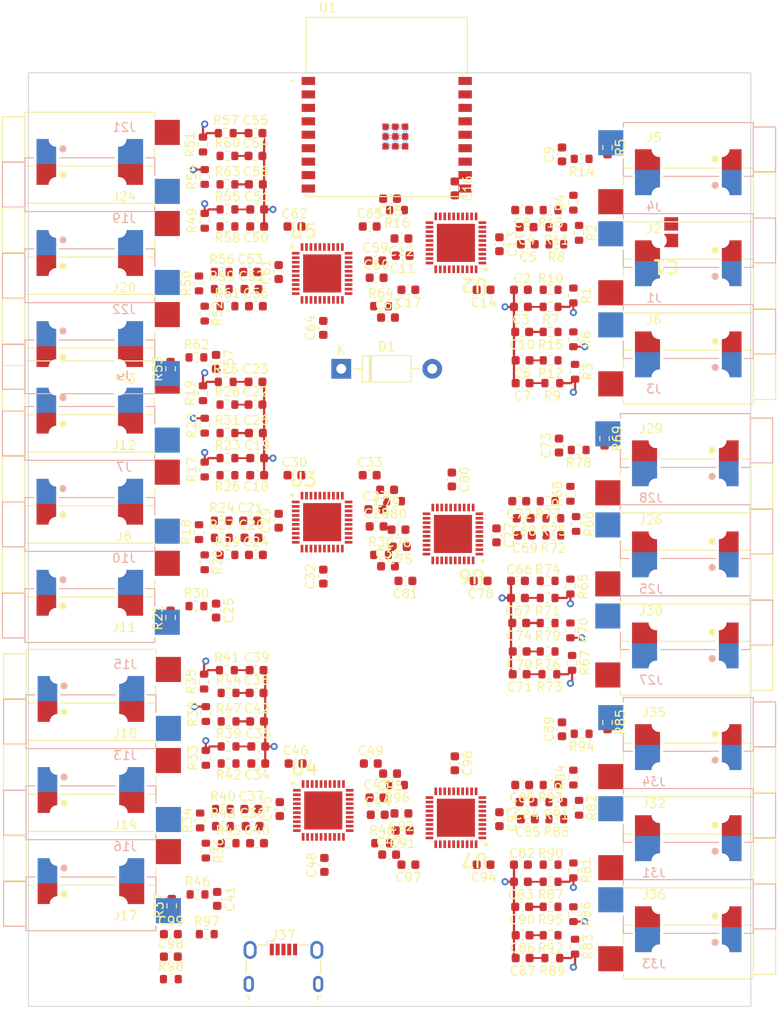
<source format=kicad_pcb>
(kicad_pcb (version 20211014) (generator pcbnew)
  (layers (0 "F.Cu" signal "Top Layer") (1 "In1.Cu" power) (2 "In2.Cu" power) (31 "B.Cu" signal "Bottom Layer") (34 "B.Paste" user "Bottom Paste") (35 "F.Paste" user "Top Paste") (36 "B.SilkS" user "Bottom Overlay") (37 "F.SilkS" user "Top Overlay") (38 "B.Mask" user "Bottom Solder") (39 "F.Mask" user "Top Solder") (44 "Edge.Cuts" user))
  (net 0 "")
  (net 1 "GND")
  (net 2 "3V3")
  (net 7 "/CS0")
  (net 8 "/SCLK")
  (net 9 "/MOSI")
  (net 10 "/MISO")
  (net 14 "Net-(J1-Pad2)")
  (net 15 "Net-(J2-Pad2)")
  (net 16 "Net-(J3-Pad2)")
  (net 17 "Net-(J4-Pad2)")
  (net 18 "Net-(J5-Pad2)")
  (net 19 "Net-(J6-Pad2)")
  (net 20 "Net-(J7-Pad2)")
  (net 21 "Net-(J8-Pad2)")
  (net 22 "Net-(J9-Pad2)")
  (net 23 "Net-(J10-Pad2)")
  (net 24 "Net-(J11-Pad2)")
  (net 25 "Net-(J12-Pad2)")
  (net 87 "Net-(J13-Pad2)")
  (net 88 "Net-(J14-Pad2)")
  (net 90 "Net-(J15-Pad2)")
  (net 92 "Net-(J16-Pad2)")
  (net 94 "Net-(J17-Pad2)")
  (net 96 "Net-(J18-Pad2)")
  (net 98 "Net-(J19-Pad2)")
  (net 100 "Net-(J20-Pad2)")
  (net 102 "Net-(J21-Pad2)")
  (net 104 "Net-(J22-Pad2)")
  (net 106 "Net-(J23-Pad2)")
  (net 108 "Net-(J24-Pad2)")
  (net 110 "Net-(J25-Pad2)")
  (net 112 "Net-(J26-Pad2)")
  (net 114 "Net-(J27-Pad2)")
  (net 116 "Net-(J28-Pad2)")
  (net 118 "Net-(J29-Pad2)")
  (net 120 "Net-(J30-Pad2)")
  (net 131 "/CH1/CLKIN")
  (net 133 "/CS1")
  (net 134 "/CH2/CLKIN")
  (net 136 "/CS2")
  (net 137 "/CH3/CLKIN")
  (net 139 "/CS3")
  (net 140 "/CH4/CLKIN")
  (net 142 "/CS4")
  (net 143 "/CH5/CLKIN")
  (net 145 "/CS5")
  (net 146 "/CH0/CLKIN")
  (net 148 "/CH1/IA_P")
  (net 149 "/CH1/IA_N")
  (net 150 "/CH1/IB_P")
  (net 151 "/CH1/IB_N")
  (net 152 "/CH1/IC_P")
  (net 153 "/CH1/IC_N")
  (net 154 "/CH1/ID_P")
  (net 155 "/CH1/IE_P")
  (net 156 "/CH1/IF_P")
  (net 157 "Net-(C98-Pad1)")
  (net 158 "/CH2/IA_P")
  (net 159 "/CH2/IA_N")
  (net 160 "/CH2/IB_P")
  (net 161 "/CH2/IB_N")
  (net 162 "/CH2/IC_P")
  (net 163 "/CH2/IC_N")
  (net 164 "/CH2/ID_P")
  (net 165 "/CH2/IE_P")
  (net 166 "/CH2/IF_P")
  (net 167 "Net-(C99-Pad1)")
  (net 168 "/CH3/IA_P")
  (net 169 "/CH3/IA_N")
  (net 170 "/CH3/IB_P")
  (net 171 "/CH3/IB_N")
  (net 172 "/CH3/IC_P")
  (net 173 "/CH3/IC_N")
  (net 174 "/CH3/ID_P")
  (net 175 "/CH3/IE_P")
  (net 176 "/CH3/IF_P")
  (net 178 "/CH4/IA_P")
  (net 179 "/CH4/IA_N")
  (net 180 "/CH4/IB_P")
  (net 181 "/CH4/IB_N")
  (net 182 "/CH4/IC_P")
  (net 183 "/CH4/IC_N")
  (net 184 "/CH4/ID_P")
  (net 185 "/CH4/IE_P")
  (net 186 "/CH4/IF_P")
  (net 187 "/CH5/IA_P")
  (net 188 "/CH5/IA_N")
  (net 189 "/CH5/IB_P")
  (net 190 "/CH5/IB_N")
  (net 191 "/CH5/IC_P")
  (net 192 "/CH5/IC_N")
  (net 193 "/CH5/ID_P")
  (net 194 "/CH5/IE_P")
  (net 195 "/CH5/IF_P")
  (net 196 "/CH0/IA_P")
  (net 197 "/CH0/IA_N")
  (net 198 "/CH0/IB_P")
  (net 199 "/CH0/IB_N")
  (net 200 "/CH0/IC_P")
  (net 201 "/CH0/IC_N")
  (net 202 "/CH0/ID_P")
  (net 203 "/CH0/IE_P")
  (net 204 "/CH0/IF_P")
  (net 205 "Net-(J31-Pad2)")
  (net 206 "Net-(J32-Pad2)")
  (net 207 "Net-(J33-Pad2)")
  (net 208 "Net-(J34-Pad2)")
  (net 209 "Net-(J35-Pad2)")
  (net 210 "Net-(J36-Pad2)")
  (net 211 "Net-(C11-Pad1)")
  (net 212 "Net-(C13-Pad1)")
  (net 213 "Net-(C15-Pad1)")
  (net 214 "Net-(C16-Pad1)")
  (net 215 "Net-(C27-Pad1)")
  (net 216 "Net-(C29-Pad1)")
  (net 217 "Net-(C31-Pad1)")
  (net 218 "Net-(C32-Pad1)")
  (net 219 "Net-(C43-Pad1)")
  (net 220 "Net-(C45-Pad1)")
  (net 221 "Net-(C47-Pad1)")
  (net 222 "Net-(C48-Pad1)")
  (net 223 "Net-(C59-Pad1)")
  (net 224 "Net-(C61-Pad1)")
  (net 225 "Net-(C63-Pad1)")
  (net 226 "Net-(C64-Pad1)")
  (net 227 "Net-(C75-Pad1)")
  (net 228 "Net-(C77-Pad1)")
  (net 229 "Net-(C79-Pad1)")
  (net 230 "Net-(C80-Pad1)")
  (net 231 "Net-(C91-Pad1)")
  (net 232 "Net-(C93-Pad1)")
  (net 233 "Net-(C95-Pad1)")
  (net 234 "Net-(C96-Pad1)")
  (net 235 "+5V")
  (net 236 "Net-(D1-Pad2)")
  (net 237 "Net-(U1-Pad13)")
  (net 238 "Net-(U1-Pad14)")
  (footprint "Resistor_SMD:R_0603_1608Metric" (layer "F.Cu") (at 82.832388 108.597045 180)
    (fp_text reference "R73")
    (fp_text value "1k")
  )
  (footprint "Diode_THT:D_DO-41_SOD81_P10.16mm_Horizontal" (layer "F.Cu") (at 59.6011 74.5236)
    (fp_text reference "D1")
    (fp_text value "1N5819")
  )
  (footprint "Resistor_SMD:R_0603_1608Metric" (layer "F.Cu") (at 65.827389 120.952045 180)
    (fp_text reference "R96")
    (fp_text value "1k")
  )
  (footprint "emon36:CUI_MJ-3523-SMT" (layer "F.Cu") (at 98.007388 107.927045)
    (fp_text reference "J30")
    (fp_text value "MJ-3523-SMT")
  )
  (footprint "Resistor_SMD:R_0603_1608Metric" (layer "F.Cu") (at 43.4361 73.2536)
    (fp_text reference "R62")
    (fp_text value "1k")
  )
  (footprint "Capacitor_SMD:C_0603_1608Metric" (layer "F.Cu") (at 80.432389 60.627045 180)
    (fp_text reference "C5")
    (fp_text value "22nF")
  )
  (footprint "Capacitor_SMD:C_0603_1608Metric" (layer "F.Cu") (at 79.847389 73.582045 180)
    (fp_text reference "C6")
    (fp_text value "22nF")
  )
  (footprint "Resistor_SMD:R_0603_1608Metric" (layer "F.Cu") (at 46.9011 50.7736)
    (fp_text reference "R60")
    (fp_text value "1k")
  )
  (footprint "Resistor_SMD:R_0603_1608Metric" (layer "F.Cu") (at 83.607389 122.857045 180)
    (fp_text reference "R91")
    (fp_text value "1k")
  )
  (footprint "Resistor_SMD:R_0603_1608Metric" (layer "F.Cu") (at 82.642388 106.057045 180)
    (fp_text reference "R76")
    (fp_text value "1k")
  )
  (footprint "Resistor_SMD:R_0603_1608Metric" (layer "F.Cu") (at 46.2661 65.6336)
    (fp_text reference "R59")
    (fp_text value "1k")
  )
  (footprint "Resistor_SMD:R_0603_1608Metric" (layer "F.Cu") (at 83.607389 58.722045 180)
    (fp_text reference "R11")
    (fp_text value "1k")
  )
  (footprint "Resistor_SMD:R_0603_1608Metric" (layer "F.Cu") (at 47.0261 113.8586)
    (fp_text reference "R47")
    (fp_text value "1k")
  )
  (footprint "Capacitor_SMD:C_0603_1608Metric" (layer "F.Cu") (at 76.927388 93.102045 -90)
    (fp_text reference "C77")
    (fp_text value "4.7uF")
  )
  (footprint "Capacitor_SMD:C_0603_1608Metric" (layer "F.Cu") (at 63.6761 124.2736)
    (fp_text reference "C44")
    (fp_text value "0.22uF")
  )
  (footprint "Capacitor_SMD:C_0603_1608Metric" (layer "F.Cu") (at 50.0761 67.5386)
    (fp_text reference "C56")
    (fp_text value "22nF")
  )
  (footprint "Capacitor_SMD:C_0603_1608Metric" (layer "F.Cu") (at 50.3411 116.6536)
    (fp_text reference "C35")
    (fp_text value "22nF")
  )
  (footprint "Capacitor_SMD:C_0603_1608Metric" (layer "F.Cu") (at 67.097389 65.707045 180)
    (fp_text reference "C17")
    (fp_text value "0.1uF")
  )
  (footprint "Capacitor_SMD:C_0603_1608Metric" (layer "F.Cu") (at 45.6311 73.7486 -90)
    (fp_text reference "C57")
    (fp_text value "22nF")
  )
  (footprint "Resistor_SMD:R_0603_1608Metric" (layer "F.Cu") (at 46.3911 125.5436)
    (fp_text reference "R43")
    (fp_text value "1k")
  )
  (footprint "emon36:CUI_MJ-3523-SMT" (layer "F.Cu") (at 31.5361 96.9686 180)
    (fp_text reference "J11")
    (fp_text value "MJ-3523-SMT")
  )
  (footprint "Resistor_SMD:R_0603_1608Metric" (layer "F.Cu") (at 44.3611 96.1086 -90)
    (fp_text reference "R20")
    (fp_text value "RB")
  )
  (footprint "Capacitor_SMD:C_0603_1608Metric" (layer "F.Cu") (at 79.797389 70.407045 180)
    (fp_text reference "C10")
    (fp_text value "22nF")
  )
  (footprint "Capacitor_SMD:C_0603_1608Metric" (layer "F.Cu") (at 64.8211 68.8086)
    (fp_text reference "C63")
    (fp_text value "22nF")
  )
  (footprint "Resistor_SMD:R_0603_1608Metric" (layer "F.Cu") (at 46.9011 86.3936)
    (fp_text reference "R26")
    (fp_text value "1k")
  )
  (footprint "Resistor_SMD:R_0603_1608Metric" (layer "F.Cu") (at 40.5511 74.5236 90)
    (fp_text reference "R53")
    (fp_text value "RB")
  )
  (footprint "emon36:CUI_MJ-3523-SMT" (layer "F.Cu") (at 98.007388 87.607045)
    (fp_text reference "J29")
    (fp_text value "MJ-3523-SMT")
  )
  (footprint "Resistor_SMD:R_0603_1608Metric" (layer "F.Cu") (at 46.9011 95.2836)
    (fp_text reference "R29")
    (fp_text value "1k")
  )
  (footprint "Resistor_SMD:R_0603_1608Metric" (layer "F.Cu") (at 82.972389 67.612045 180)
    (fp_text reference "R7")
    (fp_text value "1k")
  )
  (footprint "emon36:CUI_MJ-3523-SMT" (layer "F.Cu") (at 31.5361 86.8086 180)
    (fp_text reference "J8")
    (fp_text value "MJ-3523-SMT")
  )
  (footprint "Resistor_SMD:R_0603_1608Metric" (layer "F.Cu") (at 85.372388 107.327045 -90)
    (fp_text reference "R67")
    (fp_text value "RB")
  )
  (footprint "Capacitor_SMD:C_0603_1608Metric" (layer "F.Cu") (at 63.5361 122.3686)
    (fp_text reference "C43")
    (fp_text value "4.7uF")
  )
  (footprint "Resistor_SMD:R_0603_1608Metric" (layer "F.Cu") (at 43.4361 100.9986)
    (fp_text reference "R30")
    (fp_text value "1k")
  )
  (footprint "emon36:CUI_MJ-3523-SMT" (layer "F.Cu") (at 98.337389 75.452045)
    (fp_text reference "J6")
    (fp_text value "MJ-3523-SMT")
  )
  (footprint "Resistor_SMD:R_0603_1608Metric" (layer "F.Cu") (at 44.1711 77.2486 90)
    (fp_text reference "R19")
    (fp_text value "RB")
  )
  (footprint "Resistor_SMD:R_0603_1608Metric" (layer "F.Cu") (at 82.972389 120.952045 180)
    (fp_text reference "R93")
    (fp_text value "1k")
  )
  (footprint "Resistor_SMD:R_0603_1608Metric" (layer "F.Cu") (at 65.827389 56.817045 180)
    (fp_text reference "R16")
    (fp_text value "1k")
  )
  (footprint "Resistor_SMD:R_0603_1608Metric" (layer "F.Cu") (at 85.182388 98.817045 -90)
    (fp_text reference "R65")
    (fp_text value "RB")
  )
  (footprint "Capacitor_SMD:C_0603_1608Metric" (layer "F.Cu") (at 62.7761 58.6486)
    (fp_text reference "C65")
    (fp_text value "0.1uF")
  )
  (footprint "Capacitor_SMD:C_0603_1608Metric" (layer "F.Cu") (at 50.0261 78.5186)
    (fp_text reference "C22")
    (fp_text value "22nF")
  )
  (footprint "Capacitor_SMD:C_0603_1608Metric" (layer "F.Cu") (at 50.0261 75.9786)
    (fp_text reference "C23")
    (fp_text value "22nF")
  )
  (footprint "Capacitor_SMD:C_0603_1608Metric" (layer "F.Cu") (at 63.5511 92.1086)
    (fp_text reference "C28")
    (fp_text value "0.22uF")
  )
  (footprint "Capacitor_SMD:C_0603_1608Metric" (layer "F.Cu") (at 79.797389 56.817045 180)
    (fp_text reference "C8")
    (fp_text value "22nF")
  )
  (footprint "Resistor_SMD:R_0603_1608Metric" (layer "F.Cu") (at 46.2661 91.4736)
    (fp_text reference "R24")
    (fp_text value "1k")
  )
  (footprint "emon36:CUI_MJ-3523-SMT" (layer "F.Cu") (at 98.337389 129.427045)
    (fp_text reference "J32")
    (fp_text value "MJ-3523-SMT")
  )
  (footprint "Capacitor_SMD:C_0603_1608Metric" (layer "F.Cu") (at 80.432389 124.762045 180)
    (fp_text reference "C85")
    (fp_text value "22nF")
  )
  (footprint "Capacitor_SMD:C_0603_1608Metric" (layer "F.Cu") (at 66.462389 61.897045 180)
    (fp_text reference "C11")
    (fp_text value "4.7uF")
  )
  (footprint "Resistor_SMD:R_0603_1608Metric" (layer "F.Cu") (at 46.7111 75.9786)
    (fp_text reference "R25")
    (fp_text value "1k")
  )
  (footprint "Capacitor_SMD:C_0603_1608Metric" (layer "F.Cu") (at 65.052389 55.547045 180)
    (fp_text reference "C15")
    (fp_text value "22nF")
  )
  (footprint "Capacitor_SMD:C_0603_1608Metric" (layer "F.Cu") (at 83.912388 83.082045 90)
    (fp_text reference "C73")
    (fp_text value "22nF")
  )
  (footprint "Capacitor_SMD:C_0603_1608Metric" (layer "F.Cu") (at 50.3411 118.5586)
    (fp_text reference "C34")
    (fp_text value "22nF")
  )
  (footprint "Resistor_SMD:R_0603_1608Metric" (layer "F.Cu") (at 46.9011 67.5386)
    (fp_text reference "R61")
    (fp_text value "1k")
  )
  (footprint "Capacitor_SMD:C_0603_1608Metric" (layer "F.Cu") (at 66.462389 126.032045 180)
    (fp_text reference "C91")
    (fp_text value "4.7uF")
  )
  (footprint "Resistor_SMD:R_0603_1608Metric" (layer "F.Cu") (at 44.3611 53.1236 90)
    (fp_text reference "R54")
    (fp_text value "RB")
  )
  (footprint "Capacitor_SMD:C_0603_1608Metric" (layer "F.Cu") (at 79.467388 89.292045 180)
    (fp_text reference "C72")
    (fp_text value "22nF")
  )
  (footprint "Resistor_SMD:R_0603_1608Metric" (layer "F.Cu") (at 83.607389 124.762045 180)
    (fp_text reference "R88")
    (fp_text value "1k")
  )
  (footprint "Capacitor_SMD:C_0603_1608Metric" (layer "F.Cu") (at 67.097389 129.842045 180)
    (fp_text reference "C97")
    (fp_text value "0.1uF")
  )
  (footprint "Capacitor_SMD:C_0603_1608Metric" (layer "F.Cu") (at 52.7411 123.6386 90)
    (fp_text reference "C45")
    (fp_text value "4.7uF")
  )
  (footprint "emon36:CUI_MJ-3523-SMT" (layer "F.Cu") (at 98.337389 139.587045)
    (fp_text reference "J36")
    (fp_text value "MJ-3523-SMT")
  )
  (footprint "Capacitor_SMD:C_0603_1608Metric" (layer "F.Cu") (at 54.5061 118.5586)
    (fp_text reference "C46")
    (fp_text value "0.22uF")
  )
  (footprint "Capacitor_SMD:C_0603_1608Metric" (layer "F.Cu") (at 79.797389 134.542045 180)
    (fp_text reference "C90")
    (fp_text value "22nF")
  )
  (footprint "Capacitor_SMD:C_0603_1608Metric" (layer "F.Cu") (at 49.4411 91.4736)
    (fp_text reference "C21")
    (fp_text value "22nF")
  )
  (footprint "emon36:CAPC2013X145X48ML20T23" (layer "F.Cu") (at 96.4311 59.2836 90)
    (fp_text reference "C1")
    (fp_text value "VJ0805Y472KXBBC31" hide)
  )
  (footprint "Capacitor_SMD:C_0603_1608Metric" (layer "F.Cu") (at 80.102388 93.102045 180)
    (fp_text reference "C69")
    (fp_text value "22nF")
  )
  (footprint "Capacitor_SMD:C_0603_1608Metric" (layer "F.Cu") (at 50.0761 95.2836)
    (fp_text reference "C24")
    (fp_text value "22nF")
  )
  (footprint "emon36:QFN50P600X600X75-41N-D" (layer "F.Cu") (at 57.4711 91.628601)
    (fp_text reference "U3")
    (fp_text value "~" hide)
  )
  (footprint "Resistor_SMD:R_0603_1608Metric" (layer "F.Cu") (at 82.642388 102.882045 180)
    (fp_text reference "R79")
    (fp_text value "1k")
  )
  (footprint "Capacitor_SMD:C_0603_1608Metric" (layer "F.Cu") (at 64.722388 88.022045 180)
    (fp_text reference "C79")
    (fp_text value "22nF")
  )
  (footprint "Capacitor_SMD:C_0603_1608Metric" (layer "F.Cu") (at 66.322389 124.127045 180)
    (fp_text reference "C92")
    (fp_text value "0.22uF")
  )
  (footprint "Resistor_SMD:R_0603_1608Metric" (layer "F.Cu") (at 44.2961 109.4136 90)
    (fp_text reference "R35")
    (fp_text value "RB")
  )
  (footprint "Resistor_SMD:R_0603_1608Metric" (layer "F.Cu") (at 83.162389 140.257045 180)
    (fp_text reference "R89")
    (fp_text value "1k")
  )
  (footprint "Capacitor_SMD:C_0603_1608Metric" (layer "F.Cu") (at 79.657389 129.842045 180)
    (fp_text reference "C82")
    (fp_text value "22nF")
  )
  (footprint "emon36:QFN50P600X600X75-41N-D" (layer "F.Cu") (at 72.402389 60.472044 180)
    (fp_text reference "U2")
    (fp_text value "~" hide)
  )
  (footprint "emon36:MODULE_ESP32-C3-WROOM-02-H4" (layer "F.Cu") (at 64.6811 45.3136)
    (fp_text reference "U1")
    (fp_text value "ESP32-C3-WROOM-02-N4")
  )
  (footprint "emon36:CUI_MJ-3523-SMT" (layer "F.Cu") (at 31.6611 118.9736 180)
    (fp_text reference "J14")
    (fp_text value "MJ-3523-SMT")
  )
  (footprint "Capacitor_SMD:C_0603_1608Metric" (layer "F.Cu") (at 49.7061 125.5436)
    (fp_text reference "C36")
    (fp_text value "22nF")
  )
  (footprint "Capacitor_SMD:C_0603_1608Metric" (layer "F.Cu") (at 65.992388 92.467045 180)
    (fp_text reference "C76")
    (fp_text value "0.22uF")
  )
  (footprint "Capacitor_SMD:C_0603_1608Metric" (layer "F.Cu") (at 50.2161 84.4886)
    (fp_text reference "C19")
    (fp_text value "22nF")
  )
  (footprint "Resistor_SMD:R_0603_1608Metric" (layer "F.Cu") (at 46.9011 81.6936)
    (fp_text reference "R31")
    (fp_text value "1k")
  )
  (footprint "Capacitor_SMD:C_0603_1608Metric" (layer "F.Cu") (at 50.1511 110.6836)
    (fp_text reference "C38")
    (fp_text value "22nF")
  )
  (footprint "Resistor_SMD:R_0603_1608Metric" (layer "F.Cu") (at 83.162389 76.122045 180)
    (fp_text reference "R9")
    (fp_text value "1k")
  )
  (footprint "Capacitor_SMD:C_0603_1608Metric" (layer "F.Cu") (at 80.292389 122.857045 180)
    (fp_text reference "C84")
    (fp_text value "22nF")
  )
  (footprint "Resistor_SMD:R_0603_1608Metric" (layer "F.Cu") (at 85.702389 138.987045 -90)
    (fp_text reference "R83")
    (fp_text value "RB")
  )
  (footprint "Resistor_SMD:R_0603_1608Metric" (layer "F.Cu") (at 46.2661 63.7286)
    (fp_text reference "R56")
    (fp_text value "1k")
  )
  (footprint "Resistor_SMD:R_0603_1608Metric" (layer "F.Cu") (at 82.642388 98.182045 180)
    (fp_text reference "R74")
    (fp_text value "1k")
  )
  (footprint "Capacitor_SMD:C_0603_1608Metric" (layer "F.Cu") (at 57.7211 129.868601 90)
    (fp_text reference "C48")
    (fp_text value "4.7uF")
  )
  (footprint "Resistor_SMD:R_0603_1608Metric" (layer "F.Cu") (at 82.972389 56.817045 180)
    (fp_text reference "R13")
    (fp_text value "1k")
  )
  (footprint "Resistor_SMD:R_0603_1608Metric" (layer "F.Cu") (at 44.4861 117.9236 90)
    (fp_text reference "R33")
    (fp_text value "RB")
  )
  (footprint "Resistor_SMD:R_0603_1608Metric" (layer "F.Cu") (at 47.0261 110.6836)
    (fp_text reference "R44")
    (fp_text value "1k")
  )
  (footprint "Capacitor_SMD:C_0603_1608Metric" (layer "F.Cu") (at 79.657389 65.707045 180)
    (fp_text reference "C2")
    (fp_text value "22nF")
  )
  (footprint "Resistor_SMD:R_0603_1608Metric" (layer "F.Cu") (at 44.3611 85.7586 90)
    (fp_text reference "R17")
    (fp_text value "RB")
  )
  (footprint "Capacitor_SMD:C_0603_1608Metric" (layer "F.Cu") (at 52.6161 63.7286 90)
    (fp_text reference "C61")
    (fp_text value "4.7uF")
  )
  (footprint "Capacitor_SMD:C_0603_1608Metric" (layer "F.Cu") (at 49.5661 123.6386)
    (fp_text reference "C37")
    (fp_text value "22nF")
  )
  (footprint "Capacitor_SMD:C_0603_1608Metric" (layer "F.Cu") (at 79.847389 76.122045 180)
    (fp_text reference "C7")
    (fp_text value "22nF")
  )
  (footprint "emon36:CUI_MJ-3523-SMT" (layer "F.Cu") (at 31.6611 129.1336 180)
    (fp_text reference "J17")
    (fp_text value "MJ-3523-SMT")
  )
  (footprint "Capacitor_SMD:C_0603_1608Metric" (layer "F.Cu") (at 75.492389 65.707045 180)
    (fp_text reference "C14")
    (fp_text value "0.22uF")
  )
  (footprint "Capacitor_SMD:C_0603_1608Metric" (layer "F.Cu") (at 50.2161 86.3936)
    (fp_text reference "C18")
    (fp_text value "22nF")
  )
  (footprint "Resistor_SMD:R_0603_1608Metric" (layer "F.Cu") (at 85.512389 55.992045 90)
    (fp_text reference "R4")
    (fp_text value "RB")
  )
  (footprint "Resistor_SMD:R_0603_1608Metric" (layer "F.Cu") (at 40.6761 134.4336 90)
    (fp_text reference "R37")
    (fp_text value "RB")
  )
  (footprint "Capacitor_SMD:C_0603_1608Metric" (layer "F.Cu") (at 64.8211 96.5536)
    (fp_text reference "C31")
    (fp_text value "22nF")
  )
  (footprint "Resistor_SMD:R_0603_1608Metric" (layer "F.Cu") (at 46.9011 53.9486)
    (fp_text reference "R63")
    (fp_text value "1k")
  )
  (footprint "Resistor_SMD:R_0603_1608Metric" (layer "F.Cu") (at 44.4861 128.2736 -90)
    (fp_text reference "R36")
    (fp_text value "RB")
  )
  (footprint "Capacitor_SMD:C_0603_1608Metric" (layer "F.Cu") (at 52.6161 91.4736 90)
    (fp_text reference "C29")
    (fp_text value "4.7uF")
  )
  (footprint "emon36:CUI_MJ-3523-SMT" (layer "F.Cu") (at 31.5361 69.2236 180)
    (fp_text reference "J23")
    (fp_text value "MJ-3523-SMT")
  )
  (footprint "Resistor_SMD:R_0603_1608Metric" (layer "F.Cu") (at 86.437389 115.237045 180)
    (fp_text reference "R94")
    (fp_text value "1k")
  )
  (footprint "Capacitor_SMD:C_0603_1608Metric" (layer "F.Cu") (at 57.5961 97.703601 90)
    (fp_text reference "C32")
    (fp_text value "4.7uF")
  )
  (footprint "Capacitor_SMD:C_0603_1608Metric" (layer "F.Cu") (at 62.9011 118.5586)
    (fp_text reference "C49")
    (fp_text value "0.1uF")
  )
  (footprint "Resistor_SMD:R_0603_1608Metric" (layer "F.Cu") (at 82.972389 65.707045 180)
    (fp_text reference "R10")
    (fp_text value "1k")
  )
  (footprint "Capacitor_SMD:C_0603_1608Metric" (layer "F.Cu") (at 50.0761 53.9486)
    (fp_text reference "C58")
    (fp_text value "22nF")
  )
  (footprint "Capacitor_SMD:C_0603_1608Metric" (layer "F.Cu") (at 79.962388 91.197045 180)
    (fp_text reference "C68")
    (fp_text value "22nF")
  )
  (footprint "Capacitor_SMD:C_0603_1608Metric" (layer "F.Cu") (at 50.2011 127.4486)
    (fp_text reference "C40")
    (fp_text value "22nF")
  )
  (footprint "Capacitor_SMD:C_0603_1608Metric" (layer "F.Cu") (at 54.3811 86.3936)
    (fp_text reference "C30")
    (fp_text value "0.22uF")
  )
  (footprint "Capacitor_SMD:C_0603_1608Metric" (layer "F.Cu") (at 45.7561 133.6586 -90)
    (fp_text reference "C41")
    (fp_text value "22nF")
  )
  (footprint "Resistor_SMD:R_0603_1608Metric" (layer "F.Cu") (at 40.5511 102.2686 90)
    (fp_text reference "R21")
    (fp_text value "RB")
  )
  (footprint "emon36:CUI_MJ-3523-SMT" (layer "F.Cu") (at 98.337389 65.292045)
    (fp_text reference "J2")
    (fp_text value "MJ-3523-SMT")
  )
  (footprint "Resistor_SMD:R_0603_1608Metric" (layer "F.Cu") (at 82.972389 73.582045 180)
    (fp_text reference "R12")
    (fp_text value "1k")
  )
  (footprint "Capacitor_SMD:C_0603_1608Metric" (layer "F.Cu") (at 49.5811 65.6336)
    (fp_text reference "C52")
    (fp_text value "22nF")
  )
  (footprint "emon36:CUI_MJ-3523-SMT" (layer "F.Cu") (at 98.007388 97.767045)
    (fp_text reference "J26")
    (fp_text value "MJ-3523-SMT")
  )
  (footprint "emon36:CUI_MJ-3523-SMT" (layer "F.Cu") (at 98.337389 55.132045)
    (fp_text reference "J5")
    (fp_text value "MJ-3523-SMT")
  )
  (footprint "Resistor_SMD:R_0603_1608Metric" (layer "F.Cu") (at 46.8361 108.1436)
    (fp_text reference "R41")
    (fp_text value "1k")
  )
  (footprint "Resistor_SMD:R_0603_1608Metric" (layer "F.Cu") (at 82.972389 70.407045 180)
    (fp_text reference "R15")
    (fp_text value "1k")
  )
  (footprint "Resistor_SMD:R_0603_1608Metric" (layer "F.Cu") (at 43.8511 124.9086 90)
    (fp_text reference "R34")
    (fp_text value "RB")
  )
  (footprint "Resistor_SMD:R_0603_1608Metric" (layer "F.Cu") (at 82.642388 100.087045 180)
    (fp_text reference "R71")
    (fp_text value "1k")
  )
  (footprint "Capacitor_SMD:C_0603_1608Metric" (layer "F.Cu") (at 65.052389 119.682045 180)
    (fp_text reference "C95")
    (fp_text value "22nF")
  )
  (footprint "Capacitor_SMD:C_0603_1608Metric" (layer "F.Cu") (at 84.242389 114.742045 90)
    (fp_text reference "C89")
    (fp_text value "22nF")
  )
  (footprint "Resistor_SMD:R_0603_1608Metric" (layer "F.Cu") (at 89.322389 113.967045 -90)
    (fp_text reference "R85")
    (fp_text value "RB")
  )
  (footprint "Resistor_SMD:R_0603_1608Metric" (layer "F.Cu") (at 82.642388 89.292045 180)
    (fp_text reference "R77")
    (fp_text value "1k")
  )
  (footprint "Resistor_SMD:R_0603_1608Metric" (layer "F.Cu") (at 44.4861 113.0336 90)
    (fp_text reference "R38")
    (fp_text value "RB")
  )
  (footprint "Capacitor_SMD:C_0603_1608Metric" (layer "F.Cu") (at 79.797389 120.952045 180)
    (fp_text reference "C88")
    (fp_text value "22nF")
  )
  (footprint "Capacitor_SMD:C_0603_1608Metric" (layer "F.Cu") (at 79.517388 108.597045 180)
    (fp_text reference "C71")
    (fp_text value "22nF")
  )
  (footprint "Resistor_SMD:R_0603_1608Metric" (layer "F.Cu") (at 83.277388 91.197045 180)
    (fp_text reference "R75")
    (fp_text value "1k")
  )
  (footprint "Capacitor_SMD:C_0603_1608Metric" (layer "F.Cu") (at 64.9461 128.7186)
    (fp_text reference "C47")
    (fp_text value "22nF")
  )
  (footprint "Connector_USB:USB_Micro-B_Wuerth_629105150521" (layer "F.Cu") (at 53.1511 141.2036)
    (fp_text reference "J37")
    (fp_text value "USB_B_Micro")
  )
  (footprint "Resistor_SMD:R_0603_1608Metric" (layer "F.Cu") (at 86.107388 83.577045 180)
    (fp_text reference "R78")
    (fp_text value "1k")
  )
  (footprint "Resistor_SMD:R_0603_1608Metric" (layer "F.Cu") (at 64.0461 67.5386)
    (fp_text reference "R64")
    (fp_text value "1k")
  )
  (footprint "Capacitor_SMD:C_0603_1608Metric" (layer "F.Cu") (at 50.2161 58.6486)
    (fp_text reference "C50")
    (fp_text value "22nF")
  )
  (footprint "Resistor_SMD:R_0603_1608Metric" (layer "F.Cu") (at 83.607389 60.627045 180)
    (fp_text reference "R8")
    (fp_text value "1k")
  )
  (footprint "Resistor_SMD:R_0603_1608Metric" (layer "F.Cu") (at 65.497388 89.292045 180)
    (fp_text reference "R80")
    (fp_text value "1k")
  )
  (footprint "Resistor_SMD:R_0603_1608Metric" (layer "F.Cu") (at 47.0261 127.4486)
    (fp_text reference "R45")
    (fp_text value "1k")
  )
  (footprint "Capacitor_SMD:C_0603_1608Metric" (layer "F.Cu") (at 63.4111 62.4586)
    (fp_text reference "C59")
    (fp_text value "4.7uF")
  )
  (footprint "Capacitor_SMD:C_0603_1608Metric" (layer "F.Cu") (at 50.2161 56.7436)
    (fp_text reference "C51")
    (fp_text value "22nF")
  )
  (footprint "Capacitor_SMD:C_0603_1608Metric" (layer "F.Cu") (at 77.257389 124.762045 -90)
    (fp_text reference "C93")
    (fp_text value "4.7uF")
  )
  (footprint "Resistor_SMD:R_0603_1608Metric" (layer "F.Cu") (at 44.3611 58.0136 90)
    (fp_text reference "R49")
    (fp_text value "RB")
  )
  (footprint "emon36:QFN50P600X600X75-41N-D" (layer "F.Cu") (at 57.5961 123.793601)
    (fp_text reference "U4")
    (fp_text value "~" hide)
  )
  (footprint "Capacitor_SMD:C_0603_1608Metric" (layer "F.Cu") (at 84.242389 50.607045 90)
    (fp_text reference "C9")
    (fp_text value "22nF")
  )
  (footprint "Capacitor_SMD:C_0603_1608Metric" (layer "F.Cu") (at 49.5811 93.3786)
    (fp_text reference "C20")
    (fp_text value "22nF")
  )
  (footprint "Capacitor_SMD:C_0603_1608Metric" (layer "F.Cu") (at 66.322389 59.992045 180)
    (fp_text reference "C12")
    (fp_text value "0.22uF")
  )
  (footprint "Resistor_SMD:R_0603_1608Metric" (layer "F.Cu") (at 83.277388 93.102045 180)
    (fp_text reference "R72")
    (fp_text value "1k")
  )
  (footprint "Resistor_SMD:R_0603_1608Metric" (layer "F.Cu") (at 85.512389 120.127045 90)
    (fp_text reference "R84")
    (fp_text value "RB")
  )
  (footprint "Capacitor_SMD:C_0603_1608Metric" (layer "F.Cu") (at 50.0261 50.7736)
    (fp_text reference "C54")
    (fp_text value "22nF")
  )
  (footprint "Capacitor_SMD:C_0603_1608Metric" (layer "F.Cu") (at 79.657389 131.747045 180)
    (fp_text reference "C83")
    (fp_text value "22nF")
  )
  (footprint "Resistor_SMD:R_0603_1608Metric" (layer "F.Cu") (at 89.322389 49.832045 -90)
    (fp_text reference "R5")
    (fp_text value "RB")
  )
  (footprint "Capacitor_SMD:C_0603_1608Metric" (layer "F.Cu") (at 63.4111 90.2036)
    (fp_text reference "C27")
    (fp_text value "4.7uF")
  )
  (footprint "Capacitor_SMD:C_0603_1608Metric" (layer "F.Cu") (at 79.467388 102.882045 180)
    (fp_text reference "C74")
    (fp_text value "22nF")
  )
  (footprint "Resistor_SMD:R_0603_1608Metric" (layer "F.Cu") (at 86.147389 59.357045 -90)
    (fp_text reference "R2")
    (fp_text value "RB")
  )
  (footprint "Capacitor_SMD:C_0603_1608Metric" (layer "F.Cu") (at 79.327388 98.182045 180)
    (fp_text reference "C66")
    (fp_text value "22nF")
  )
  (footprint "Capacitor_SMD:C_0603_1608Metric" (layer "F.Cu") (at 79.517388 106.057045 180)
    (fp_text reference "C70")
    (fp_text value "22nF")
  )
  (footprint "Capacitor_SMD:C_0603_1608Metric" (layer "F.Cu") (at 50.1511 108.1436)
    (fp_text reference "C39")
    (fp_text value "22nF")
  )
  (footprint "emon36:CUI_MJ-3523-SMT" (layer "F.Cu") (at 31.6611 108.8136 180)
    (fp_text reference "J18")
    (fp_text value "MJ-3523-SMT")
  )
  (footprint "Resistor_SMD:R_0603_1608Metric" (layer "F.Cu") (at 44.3611 80.8686 90)
    (fp_text reference "R22")
    (fp_text value "RB")
  )
  (footprint "emon36:CUI_MJ-3523-SMT" (layer "F.Cu") (at 31.5361 76.6486 180)
    (fp_text reference "J12")
    (fp_text value "MJ-3523-SMT")
  )
  (footprint "Resistor_SMD:R_0603_1608Metric" (layer "F.Cu") (at 82.972389 137.717045 180)
    (fp_text reference "R92")
    (fp_text value "1k")
  )
  (footprint "Resistor_SMD:R_0603_1608Metric" (layer "F.Cu") (at 82.972389 134.542045 180)
    (fp_text reference "R95")
    (fp_text value "1k")
  )
  (footprint "Resistor_SMD:R_0603_1608Metric" (layer "F.Cu") (at 85.512389 71.232045 -90)
    (fp_text reference "R6")
    (fp_text value "RB")
  )
  (footprint "Capacitor_SMD:C_0603_1608Metric" (layer "F.Cu") (at 40.5811 137.5936)
    (fp_text reference "C99")
    (fp_text value "22pF")
  )
  (footprint "Resistor_SMD:R_0603_1608Metric" (layer "F.Cu") (at 85.817388 91.832045 -90)
    (fp_text reference "R66")
    (fp_text value "RB")
  )
  (footprint "Capacitor_SMD:C_0603_1608Metric" (layer "F.Cu") (at 71.947388 86.872044 -90)
    (fp_text reference "C80")
    (fp_text value "4.7uF")
  )
  (footprint "Capacitor_SMD:C_0603_1608Metric" (layer "F.Cu") (at 54.3811 58.6486)
    (fp_text reference "C62")
    (fp_text value "0.22uF")
  )
  (footprint "Capacitor_SMD:C_0603_1608Metric" (layer "F.Cu") (at 50.0761 81.6936)
    (fp_text reference "C26")
    (fp_text value "22nF")
  )
  (footprint "emon36:QFN50P600X600X75-41N-D" (layer "F.Cu") (at 57.4711 63.883601)
    (fp_text reference "U5")
    (fp_text value "~" hide)
  )
  (footprint "Capacitor_SMD:C_0603_1608Metric" (layer "F.Cu") (at 77.257389 60.627045 -90)
    (fp_text reference "C13")
    (fp_text value "4.7uF")
  )
  (footprint "Capacitor_SMD:C_0603_1608Metric" (layer "F.Cu") (at 79.847389 140.257045 180)
    (fp_text reference "C87")
    (fp_text value "22nF")
  )
  (footprint "Capacitor_SMD:C_0603_1608Metric" (layer "F.Cu") (at 72.277389 118.532044 -90)
    (fp_text reference "C96")
    (fp_text value "4.7uF")
  )
  (footprint "Capacitor_SMD:C_0603_1608Metric" (layer "F.Cu") (at 79.847389 137.717045 180)
    (fp_text reference "C86")
    (fp_text value "22nF")
  )
  (footprint "Resistor_SMD:R_0603_1608Metric" (layer "F.Cu") (at 85.182388 103.707045 -90)
    (fp_text reference "R70")
    (fp_text value "RB")
  )
  (footprint "Resistor_SMD:R_0603_1608Metric" (layer "F.Cu") (at 85.182388 88.467045 90)
    (fp_text reference "R68")
    (fp_text value "RB")
  )
  (footprint "Capacitor_SMD:C_0603_1608Metric" (layer "F.Cu") (at 75.162388 98.182045 180)
    (fp_text reference "C78")
    (fp_text value "0.22uF")
  )
  (footprint "Capacitor_SMD:C_0603_1608Metric" (layer "F.Cu") (at 63.5511 64.3636)
    (fp_text reference "C60")
    (fp_text value "0.22uF")
  )
  (footprint "Resistor_SMD:R_0603_1608Metric" (layer "F.Cu") (at 46.9011 58.6486)
    (fp_text reference "R58")
    (fp_text value "1k")
  )
  (footprint "Resistor_SMD:R_0603_1608Metric" (layer "F.Cu") (at 85.512389 130.477045 -90)
    (fp_text reference "R81")
    (fp_text value "RB")
  )
  (footprint "Resistor_SMD:R_0603_1608Metric" (layer "F.Cu") (at 82.972389 131.747045 180)
    (fp_text reference "R87")
    (fp_text value "1k")
  )
  (footprint "Capacitor_SMD:C_0603_1608Metric" (layer "F.Cu") (at 49.4411 63.7286)
    (fp_text reference "C53")
    (fp_text value "22nF")
  )
  (footprint "Resistor_SMD:R_0603_1608Metric" (layer "F.Cu") (at 44.5911 137.5936)
    (fp_text reference "R97")
    (fp_text value "0")
  )
  (footprint "emon36:CUI_MJ-3523-SMT" (layer "F.Cu") (at 31.5361 48.9036 180)
    (fp_text reference "J24")
    (fp_text value "MJ-3523-SMT")
  )
  (footprint "Capacitor_SMD:C_0603_1608Metric" (layer "F.Cu") (at 50.0261 48.2336)
    (fp_text reference "C55")
    (fp_text value "22nF")
  )
  (footprint "Capacitor_SMD:C_0603_1608Metric" (layer "F.Cu") (at 50.2011 113.8586)
    (fp_text reference "C42")
    (fp_text value "22nF")
  )
  (footprint "Resistor_SMD:R_0603_1608Metric" (layer "F.Cu") (at 40.5811 142.6136)
    (fp_text reference "R98")
    (fp_text value "0")
  )
  (footprint "Capacitor_SMD:C_0603_1608Metric" (layer "F.Cu") (at 40.5811 140.1036)
    (fp_text reference "C98")
    (fp_text value "22pF")
  )
  (footprint "Resistor_SMD:R_0603_1608Metric" (layer "F.Cu") (at 82.972389 129.842045 180)
    (fp_text reference "R90")
    (fp_text value "1k")
  )
  (footprint "Resistor_SMD:R_0603_1608Metric" (layer "F.Cu") (at 88.992388 82.307045 -90)
    (fp_text reference "R69")
    (fp_text value "RB")
  )
  (footprint "Capacitor_SMD:C_0603_1608Metric" (layer "F.Cu") (at 45.6311 101.4936 -90)
    (fp_text reference "C25")
    (fp_text value "22nF")
  )
  (footprint "emon36:QFN50P600X600X75-41N-D" (layer "F.Cu") (at 72.402389 124.607044 180)
    (fp_text reference "U7")
    (fp_text value "~" hide)
  )
  (footprint "emon36:CUI_MJ-3523-SMT" (layer "F.Cu") (at 98.337389 119.267045)
    (fp_text reference "J35")
    (fp_text value "MJ-3523-SMT")
  )
  (footprint "Resistor_SMD:R_0603_1608Metric" (layer "F.Cu") (at 44.1711 49.5036 90)
    (fp_text reference "R51")
    (fp_text value "RB")
  )
  (footprint "Resistor_SMD:R_0603_1608Metric" (layer "F.Cu") (at 64.1711 127.4486)
    (fp_text reference "R48")
    (fp_text value "1k")
  )
  (footprint "Capacitor_SMD:C_0603_1608Metric" (layer "F.Cu") (at 62.7761 86.3936)
    (fp_text reference "C33")
    (fp_text value "0.1uF")
  )
  (footprint "Resistor_SMD:R_0603_1608Metric" (layer "F.Cu") (at 43.7261 64.9986 90)
    (fp_text reference "R50")
    (fp_text value "RB")
  )
  (footprint "emon36:QFN50P600X600X75-41N-D" (layer "F.Cu") (at 72.072388 92.947044 180)
    (fp_text reference "U6")
    (fp_text value "~" hide)
  )
  (footprint "Resistor_SMD:R_0603_1608Metric" (layer "F.Cu") (at 86.147389 123.492045 -90)
    (fp_text reference "R82")
    (fp_text value "RB")
  )
  (footprint "Resistor_SMD:R_0603_1608Metric" (layer "F.Cu") (at 43.7261 92.7436 90)
    (fp_text reference "R18")
    (fp_text value "RB")
  )
  (footprint "Resistor_SMD:R_0603_1608Metric" (layer "F.Cu") (at 46.3911 123.6386)
    (fp_text reference "R40")
    (fp_text value "1k")
  )
  (footprint "Resistor_SMD:R_0603_1608Metric" (layer "F.Cu") (at 64.0461 95.2836)
    (fp_text reference "R32")
    (fp_text value "1k")
  )
  (footprint "Resistor_SMD:R_0603_1608Metric" (layer "F.Cu") (at 47.0261 116.6536)
    (fp_text reference "R39")
    (fp_text value "1k")
  )
  (footprint "Resistor_SMD:R_0603_1608Metric" (layer "F.Cu") (at 46.9011 78.5186)
    (fp_text reference "R28")
    (fp_text value "1k")
  )
  (footprint "Resistor_SMD:R_0603_1608Metric" (layer "F.Cu") (at 44.3611 68.3636 -90)
    (fp_text reference "R52")
    (fp_text value "RB")
  )
  (footprint "Capacitor_SMD:C_0603_1608Metric" (layer "F.Cu") (at 75.492389 129.842045 180)
    (fp_text reference "C94")
    (fp_text value "0.22uF")
  )
  (footprint "Resistor_SMD:R_0603_1608Metric" (layer "F.Cu") (at 85.512389 135.367045 -90)
    (fp_text reference "R86")
    (fp_text value "RB")
  )
  (footprint "Resistor_SMD:R_0603_1608Metric" (layer "F.Cu") (at 85.512389 66.342045 -90)
    (fp_text reference "R1")
    (fp_text value "RB")
  )
  (footprint "Capacitor_SMD:C_0603_1608Metric" (layer "F.Cu") (at 72.277389 54.397044 -90)
    (fp_text reference "C16")
    (fp_text value "4.7uF")
  )
  (footprint "Capacitor_SMD:C_0603_1608Metric" (layer "F.Cu") (at 79.657389 67.612045 180)
    (fp_text reference "C3")
    (fp_text value "22nF")
  )
  (footprint "Capacitor_SMD:C_0603_1608Metric" (layer "F.Cu") (at 57.5961 69.958601 90)
    (fp_text reference "C64")
    (fp_text value "4.7uF")
  )
  (footprint "Resistor_SMD:R_0603_1608Metric" (layer "F.Cu") (at 85.702389 74.852045 -90)
    (fp_text reference "R3")
    (fp_text value "RB")
  )
  (footprint "Resistor_SMD:R_0603_1608Metric" (layer "F.Cu") (at 43.5611 133.1636)
    (fp_text reference "R46")
    (fp_text value "1k")
  )
  (footprint "Resistor_SMD:R_0603_1608Metric" (layer "F.Cu") (at 46.9011 84.4886)
    (fp_text reference "R23")
    (fp_text value "1k")
  )
  (footprint "Resistor_SMD:R_0603_1608Metric" (layer "F.Cu") (at 46.7111 48.2336)
    (fp_text reference "R57")
    (fp_text value "1k")
  )
  (footprint "Capacitor_SMD:C_0603_1608Metric" (layer "F.Cu") (at 79.327388 100.087045 180)
    (fp_text reference "C67")
    (fp_text value "22nF")
  )
  (footprint "Resistor_SMD:R_0603_1608Metric" (layer "F.Cu") (at 46.2661 93.3786)
    (fp_text reference "R27")
    (fp_text value "1k")
  )
  (footprint "Capacitor_SMD:C_0603_1608Metric" (layer "F.Cu") (at 66.132388 94.372045 180)
    (fp_text reference "C75")
    (fp_text value "4.7uF")
  )
  (footprint "Capacitor_SMD:C_0603_1608Metric" (layer "F.Cu") (at 66.767388 98.182045 180)
    (fp_text reference "C81")
    (fp_text value "0.1uF")
  )
  (footprint "Resistor_SMD:R_0603_1608Metric" (layer "F.Cu") (at 86.437389 51.102045 180)
    (fp_text reference "R14")
    (fp_text value "1k")
  )
  (footprint "emon36:CUI_MJ-3523-SMT" (layer "F.Cu") (at 31.5361 59.0636 180)
    (fp_text reference "J20")
    (fp_text value "MJ-3523-SMT")
  )
  (footprint "Capacitor_SMD:C_0603_1608Metric" (layer "F.Cu") (at 80.292389 58.722045 180)
    (fp_text reference "C4")
    (fp_text value "22nF")
  )
  (footprint "Resistor_SMD:R_0603_1608Metric" (layer "F.Cu") (at 46.9011 56.7436)
    (fp_text reference "R55")
    (fp_text value "1k")
  )
  (footprint "Resistor_SMD:R_0603_1608Metric" (layer "F.Cu") (at 47.0261 118.5586)
    (fp_text reference "R42")
    (fp_text value "1k")
  )
  (footprint "emon36:CUI_MJ-3523-SMT" (layer "B.Cu") (at 98.337389 134.507045)
    (fp_text reference "J33")
    (fp_text value "MJ-3523-SMT")
  )
  (footprint "emon36:CUI_MJ-3523-SMT" (layer "B.Cu") (at 31.6611 124.0536 180)
    (fp_text reference "J13")
    (fp_text value "MJ-3523-SMT")
  )
  (footprint "emon36:CUI_MJ-3523-SMT" (layer "B.Cu") (at 98.337389 124.347045)
    (fp_text reference "J31")
    (fp_text value "MJ-3523-SMT")
  )
  (footprint "emon36:CUI_MJ-3523-SMT" (layer "B.Cu") (at 98.007388 92.687045)
    (fp_text reference "J25")
    (fp_text value "MJ-3523-SMT")
  )
  (footprint "emon36:CUI_MJ-3523-SMT" (layer "B.Cu") (at 31.5361 53.9836 180)
    (fp_text reference "J21")
    (fp_text value "MJ-3523-SMT")
  )
  (footprint "emon36:CUI_MJ-3523-SMT" (layer "B.Cu") (at 98.007388 102.847045)
    (fp_text reference "J27")
    (fp_text value "MJ-3523-SMT")
  )
  (footprint "emon36:CUI_MJ-3523-SMT" (layer "B.Cu") (at 31.5361 91.8886 180)
    (fp_text reference "J7")
    (fp_text value "MJ-3523-SMT")
  )
  (footprint "emon36:CUI_MJ-3523-SMT" (layer "B.Cu") (at 98.337389 60.212045)
    (fp_text reference "J1")
    (fp_text value "MJ-3523-SMT")
  )
  (footprint "emon36:CUI_MJ-3523-SMT" (layer "B.Cu") (at 98.337389 50.052045)
    (fp_text reference "J4")
    (fp_text value "MJ-3523-SMT")
  )
  (footprint "emon36:CUI_MJ-3523-SMT" (layer "B.Cu") (at 31.6611 134.2136 180)
    (fp_text reference "J16")
    (fp_text value "MJ-3523-SMT")
  )
  (footprint "emon36:CUI_MJ-3523-SMT" (layer "B.Cu") (at 98.007388 82.527045)
    (fp_text reference "J28")
    (fp_text value "MJ-3523-SMT")
  )
  (footprint "emon36:CUI_MJ-3523-SMT" (layer "B.Cu") (at 98.337389 70.372045)
    (fp_text reference "J3")
    (fp_text value "MJ-3523-SMT")
  )
  (footprint "emon36:CUI_MJ-3523-SMT" (layer "B.Cu") (at 31.5361 81.7286 180)
    (fp_text reference "J9")
    (fp_text value "MJ-3523-SMT")
  )
  (footprint "emon36:CUI_MJ-3523-SMT" (layer "B.Cu") (at 31.5361 74.3036 180)
    (fp_text reference "J22")
    (fp_text value "MJ-3523-SMT")
  )
  (footprint "emon36:CUI_MJ-3523-SMT" (layer "B.Cu") (at 31.6611 113.8936 180)
    (fp_text reference "J15")
    (fp_text value "MJ-3523-SMT")
  )
  (footprint "emon36:CUI_MJ-3523-SMT" (layer "B.Cu") (at 98.337389 114.187045)
    (fp_text reference "J34")
    (fp_text value "MJ-3523-SMT")
  )
  (footprint "emon36:CUI_MJ-3523-SMT" (layer "B.Cu") (at 31.5361 102.0486 180)
    (fp_text reference "J10")
    (fp_text value "MJ-3523-SMT")
  )
  (footprint "emon36:CUI_MJ-3523-SMT" (layer "B.Cu") (at 31.5361 64.1436 180)
    (fp_text reference "J19")
    (fp_text value "MJ-3523-SMT")
  )
  (gr_rect (start 24.6761 41.5036) (end 105.3211 145.6436) (layer "Edge.Cuts") (width 0.1) (fill none))
  (segment (start 78.882389 140.067045) (end 79.072389 140.257045) (width 0.25) (layer "F.Cu") (net 1))
  (segment (start 83.657388 108.597045) (end 84.927388 108.597045) (width 0.25) (layer "F.Cu") (net 1))
  (segment (start 85.512389 136.192045) (end 86.782389 136.192045) (width 0.25) (layer "F.Cu") (net 1))
  (segment (start 46.0761 56.7436) (end 44.8061 56.7436) (width 0.25) (layer "F.Cu") (net 1))
  (segment (start 50.9911 84.4886) (end 51.9811 84.4886) (width 0.25) (layer "F.Cu") (net 1))
  (segment (start 78.882389 65.707045) (end 78.882389 75.932045) (width 0.25) (layer "F.Cu") (net 1))
  (segment (start 78.552388 100.087045) (end 77.562388 100.087045) (width 0.25) (layer "F.Cu") (net 1))
  (segment (start 84.737388 100.087045) (end 85.182388 99.642045) (width 0.25) (layer "F.Cu") (net 1))
  (segment (start 51.1161 118.5586) (end 51.1161 108.3336) (width 0.25) (layer "F.Cu") (net 1))
  (segment (start 78.882389 67.612045) (end 77.892389 67.612045) (width 0.25) (layer "F.Cu") (net 1))
  (segment (start 83.467388 100.087045) (end 84.737388 100.087045) (width 0.25) (layer "F.Cu") (net 1))
  (segment (start 83.987389 140.257045) (end 85.257389 140.257045) (width 0.25) (layer "F.Cu") (net 1))
  (segment (start 44.1711 76.4236) (end 44.1711 75.1536) (width 0.25) (layer "F.Cu") (net 1))
  (segment (start 44.2961 108.5886) (end 44.2961 107.3186) (width 0.25) (layer "F.Cu") (net 1))
  (segment (start 46.2011 116.6536) (end 44.9311 116.6536) (width 0.25) (layer "F.Cu") (net 1))
  (segment (start 44.7411 108.1436) (end 44.2961 108.5886) (width 0.25) (layer "F.Cu") (net 1))
  (segment (start 44.2961 107.3186) (end 44.4861 107.1286) (width 0.25) (layer "F.Cu") (net 1))
  (segment (start 44.3611 80.0436) (end 43.0911 80.0436) (width 0.25) (layer "F.Cu") (net 1))
  (segment (start 78.882389 131.747045) (end 77.892389 131.747045) (width 0.25) (layer "F.Cu") (net 1))
  (segment (start 50.9911 48.4236) (end 50.8011 48.2336) (width 0.25) (layer "F.Cu") (net 1))
  (segment (start 44.1711 75.1536) (end 44.3611 74.9636) (width 0.25) (layer "F.Cu") (net 1))
  (segment (start 51.1161 108.3336) (end 50.9261 108.1436) (width 0.25) (layer "F.Cu") (net 1))
  (segment (start 85.702389 76.947045) (end 85.512389 77.137045) (width 0.25) (layer "F.Cu") (net 1))
  (segment (start 85.702389 139.812045) (end 85.702389 141.082045) (width 0.25) (layer "F.Cu") (net 1))
  (segment (start 44.3611 52.2986) (end 43.0911 52.2986) (width 0.25) (layer "F.Cu") (net 1))
  (segment (start 78.552388 108.407045) (end 78.742388 108.597045) (width 0.25) (layer "F.Cu") (net 1))
  (segment (start 50.9911 86.3936) (end 50.9911 76.1686) (width 0.25) (layer "F.Cu") (net 1))
  (segment (start 85.512389 131.302045) (end 85.512389 132.382045) (width 0.25) (layer "F.Cu") (net 1))
  (segment (start 84.927388 108.597045) (end 85.372388 108.152045) (width 0.25) (layer "F.Cu") (net 1))
  (segment (start 85.702389 141.082045) (end 85.512389 141.272045) (width 0.25) (layer "F.Cu") (net 1))
  (segment (start 85.067389 131.747045) (end 85.512389 131.302045) (width 0.25) (layer "F.Cu") (net 1))
  (segment (start 44.4861 112.2086) (end 43.2161 112.2086) (width 0.25) (layer "F.Cu") (net 1))
  (segment (start 85.372388 109.422045) (end 85.182388 109.612045) (width 0.25) (layer "F.Cu") (net 1))
  (segment (start 78.882389 129.842045) (end 78.882389 140.067045) (width 0.25) (layer "F.Cu") (net 1))
  (segment (start 44.1711 48.6786) (end 44.1711 47.4086) (width 0.25) (layer "F.Cu") (net 1))
  (segment (start 44.6161 75.9786) (end 44.1711 76.4236) (width 0.25) (layer "F.Cu") (net 1))
  (segment (start 51.1161 116.6536) (end 52.1061 116.6536) (width 0.25) (layer "F.Cu") (net 1))
  (segment (start 45.8861 75.9786) (end 44.6161 75.9786) (width 0.25) (layer "F.Cu") (net 1))
  (segment (start 83.797389 131.747045) (end 85.067389 131.747045) (width 0.25) (layer "F.Cu") (net 1))
  (segment (start 50.9911 76.1686) (end 50.8011 75.9786) (width 0.25) (layer "F.Cu") (net 1))
  (segment (start 85.182388 99.642045) (end 85.182388 100.722045) (width 0.25) (layer "F.Cu") (net 1))
  (segment (start 83.797389 67.612045) (end 85.067389 67.612045) (width 0.25) (layer "F.Cu") (net 1))
  (segment (start 85.067389 67.612045) (end 85.512389 67.167045) (width 0.25) (layer "F.Cu") (net 1))
  (segment (start 78.552388 98.182045) (end 78.552388 108.407045) (width 0.25) (layer "F.Cu") (net 1))
  (segment (start 44.3611 84.9336) (end 44.3611 83.8536) (width 0.25) (layer "F.Cu") (net 1))
  (segment (start 44.9311 116.6536) (end 44.4861 117.0986) (width 0.25) (layer "F.Cu") (net 1))
  (segment (start 85.512389 67.167045) (end 85.512389 68.247045) (width 0.25) (layer "F.Cu") (net 1))
  (segment (start 50.9911 56.7436) (end 51.9811 56.7436) (width 0.25) (layer "F.Cu") (net 1))
  (segment (start 45.8861 48.2336) (end 44.6161 48.2336) (width 0.25) (layer "F.Cu") (net 1))
  (segment (start 85.702389 75.677045) (end 85.702389 76.947045) (width 0.25) (layer "F.Cu") (net 1))
  (segment (start 44.4861 117.0986) (end 44.4861 116.0186) (width 0.25) (layer "F.Cu") (net 1))
  (segment (start 85.512389 72.057045) (end 86.782389 72.057045) (width 0.25) (layer "F.Cu") (net 1))
  (segment (start 78.882389 75.932045) (end 79.072389 76.122045) (width 0.25) (layer "F.Cu") (net 1))
  (segment (start 44.8061 56.7436) (end 44.3611 57.1886) (width 0.25) (layer "F.Cu") (net 1))
  (segment (start 44.1711 47.4086) (end 44.3611 47.2186) (width 0.25) (layer "F.Cu") (net 1))
  (segment (start 85.257389 140.257045) (end 85.702389 139.812045) (width 0.25) (layer "F.Cu") (net 1))
  (segment (start 50.9911 58.6486) (end 50.9911 48.4236) (width 0.25) (layer "F.Cu") (net 1))
  (segment (start 85.257389 76.122045) (end 85.702389 75.677045) (width 0.25) (layer "F.Cu") (net 1))
  (segment (start 85.372388 108.152045) (end 85.372388 109.422045) (width 0.25) (layer "F.Cu") (net 1))
  (segment (start 85.182388 104.532045) (end 86.452388 104.532045) (width 0.25) (layer "F.Cu") (net 1))
  (segment (start 44.6161 48.2336) (end 44.1711 48.6786) (width 0.25) (layer "F.Cu") (net 1))
  (segment (start 46.0111 108.1436) (end 44.7411 108.1436) (width 0.25) (layer "F.Cu") (net 1))
  (segment (start 44.3611 57.1886) (end 44.3611 56.1086) (width 0.25) (layer "F.Cu") (net 1))
  (segment (start 83.987389 76.122045) (end 85.257389 76.122045) (width 0.25) (layer "F.Cu") (net 1))
  (segment (start 46.0761 84.4886) (end 44.8061 84.4886) (width 0.25) (layer "F.Cu") (net 1))
  (segment (start 44.8061 84.4886) (end 44.3611 84.9336) (width 0.25) (layer "F.Cu") (net 1))
  (via (at 85.512389 141.272045) (size 0.8) (drill 0.4) (layers "F.Cu" "B.Cu") (net 1))
  (via (at 77.892389 131.747045) (size 0.8) (drill 0.4) (layers "F.Cu" "B.Cu") (net 1))
  (via (at 51.9811 84.4886) (size 0.8) (drill 0.4) (layers "F.Cu" "B.Cu") (net 1))
  (via (at 86.782389 136.192045) (size 0.8) (drill 0.4) (layers "F.Cu" "B.Cu") (net 1))
  (via (at 44.3611 74.9636) (size 0.8) (drill 0.4) (layers "F.Cu" "B.Cu") (net 1))
  (via (at 86.782389 72.057045) (size 0.8) (drill 0.4) (layers "F.Cu" "B.Cu") (net 1))
  (via (at 43.0911 52.2986) (size 0.8) (drill 0.4) (layers "F.Cu" "B.Cu") (net 1))
  (via (at 85.512389 77.137045) (size 0.8) (drill 0.4) (layers "F.Cu" "B.Cu") (net 1))
  (via (at 43.0911 80.0436) (size 0.8) (drill 0.4) (layers "F.Cu" "B.Cu") (net 1))
  (via (at 85.182388 109.612045) (size 0.8) (drill 0.4) (layers "F.Cu" "B.Cu") (net 1))
  (via (at 44.3611 47.2186) (size 0.8) (drill 0.4) (layers "F.Cu" "B.Cu") (net 1))
  (via (at 77.892389 67.612045) (size 0.8) (drill 0.4) (layers "F.Cu" "B.Cu") (net 1))
  (via (at 86.452388 104.532045) (size 0.8) (drill 0.4) (layers "F.Cu" "B.Cu") (net 1))
  (via (at 85.182388 100.722045) (size 0.8) (drill 0.4) (layers "F.Cu" "B.Cu") (net 1))
  (via (at 52.1061 116.6536) (size 0.8) (drill 0.4) (layers "F.Cu" "B.Cu") (net 1))
  (via (at 44.3611 56.1086) (size 0.8) (drill 0.4) (layers "F.Cu" "B.Cu") (net 1))
  (via (at 44.3611 83.8536) (size 0.8) (drill 0.4) (layers "F.Cu" "B.Cu") (net 1))
  (via (at 51.9811 56.7436) (size 0.8) (drill 0.4) (layers "F.Cu" "B.Cu") (net 1))
  (via (at 77.562388 100.087045) (size 0.8) (drill 0.4) (layers "F.Cu" "B.Cu") (net 1))
  (via (at 85.512389 132.382045) (size 0.8) (drill 0.4) (layers "F.Cu" "B.Cu") (net 1))
  (via (at 44.4861 116.0186) (size 0.8) (drill 0.4) (layers "F.Cu" "B.Cu") (net 1))
  (via (at 43.2161 112.2086) (size 0.8) (drill 0.4) (layers "F.Cu" "B.Cu") (net 1))
  (via (at 85.512389 68.247045) (size 0.8) (drill 0.4) (layers "F.Cu" "B.Cu") (net 1))
  (via (at 44.4861 107.1286) (size 0.8) (drill 0.4) (layers "F.Cu" "B.Cu") (net 1))
  (segment (start 82.147389 67.612045) (end 80.432389 67.612045) (width 0.2) (layer "F.Cu") (net 149))
  (segment (start 82.147389 73.582045) (end 80.622389 73.582045) (width 0.2) (layer "F.Cu") (net 152))
  (segment (start 82.337389 76.122045) (end 80.622389 76.122045) (width 0.2) (layer "F.Cu") (net 153))
  (segment (start 82.147389 70.407045) (end 80.572389 70.407045) (width 0.25) (layer "F.Cu") (net 156))
  (segment (start 47.7261 84.4886) (end 49.4411 84.4886) (width 0.2) (layer "F.Cu") (net 159))
  (segment (start 47.7261 78.5186) (end 49.2511 78.5186) (width 0.2) (layer "F.Cu") (net 162))
  (segment (start 47.5361 75.9786) (end 49.2511 75.9786) (width 0.2) (layer "F.Cu") (net 163))
  (segment (start 47.7261 81.6936) (end 49.3011 81.6936) (width 0.25) (layer "F.Cu") (net 166))
  (segment (start 47.8511 116.6536) (end 49.5661 116.6536) (width 0.2) (layer "F.Cu") (net 169))
  (segment (start 47.8511 110.6836) (end 49.3761 110.6836) (width 0.2) (layer "F.Cu") (net 172))
  (segment (start 47.6611 108.1436) (end 49.3761 108.1436) (width 0.2) (layer "F.Cu") (net 173))
  (segment (start 47.8511 113.8586) (end 49.4261 113.8586) (width 0.25) (layer "F.Cu") (net 176))
  (segment (start 47.7261 56.7436) (end 49.4411 56.7436) (width 0.2) (layer "F.Cu") (net 179))
  (segment (start 47.7261 50.7736) (end 49.2511 50.7736) (width 0.2) (layer "F.Cu") (net 182))
  (segment (start 47.5361 48.2336) (end 49.2511 48.2336) (width 0.2) (layer "F.Cu") (net 183))
  (segment (start 47.7261 53.9486) (end 49.3011 53.9486) (width 0.25) (layer "F.Cu") (net 186))
  (segment (start 81.817388 100.087045) (end 80.102388 100.087045) (width 0.2) (layer "F.Cu") (net 188))
  (segment (start 81.817388 106.057045) (end 80.292388 106.057045) (width 0.2) (layer "F.Cu") (net 191))
  (segment (start 82.007388 108.597045) (end 80.292388 108.597045) (width 0.2) (layer "F.Cu") (net 192))
  (segment (start 81.817388 102.882045) (end 80.242388 102.882045) (width 0.25) (layer "F.Cu") (net 195))
  (segment (start 82.147389 131.747045) (end 80.432389 131.747045) (width 0.2) (layer "F.Cu") (net 197))
  (segment (start 82.147389 137.717045) (end 80.622389 137.717045) (width 0.2) (layer "F.Cu") (net 200))
  (segment (start 82.337389 140.257045) (end 80.622389 140.257045) (width 0.2) (layer "F.Cu") (net 201))
  (segment (start 82.147389 134.542045) (end 80.572389 134.542045) (width 0.25) (layer "F.Cu") (net 204))
)
</source>
